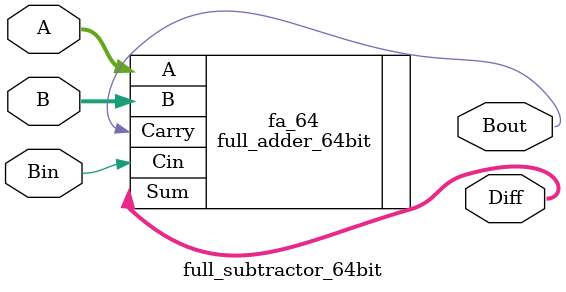
<source format=v>
`timescale 1ns / 1ps
module full_subtractor_64bit(
    input [63:0] A,
    input [63:0] B,
    input Bin,
    output Bout,
    output [63:0] Diff
    );

    wire B_negative = ~B + 1;
	 full_adder_64bit fa_64	 (
    .A(A), 
    .B(B), 
    .Cin(Bin), 
    .Sum(Diff), 
    .Carry(Bout)
    );

	 
endmodule

</source>
